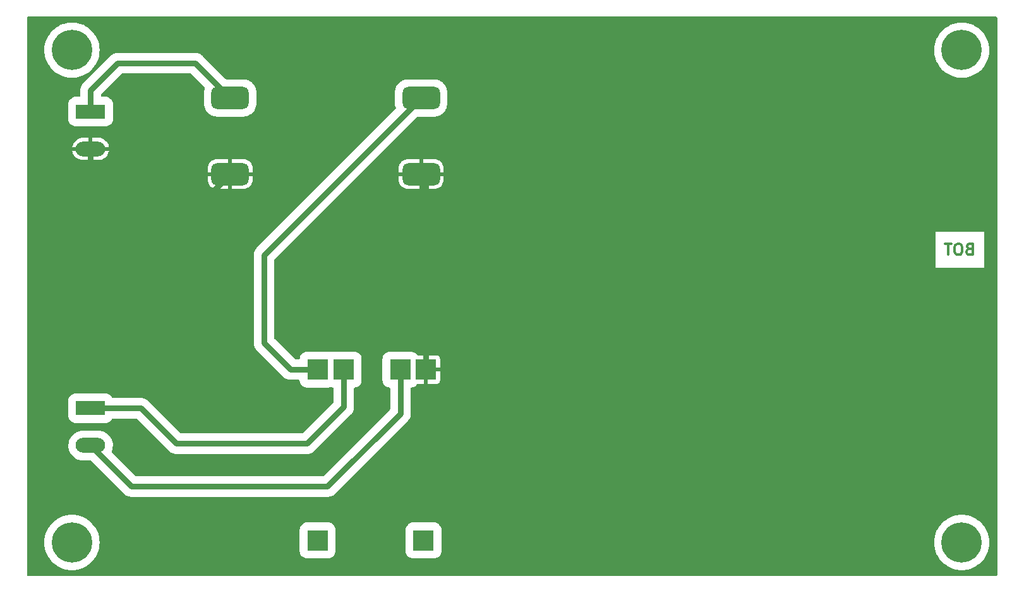
<source format=gbr>
%TF.GenerationSoftware,KiCad,Pcbnew,(6.0.8)*%
%TF.CreationDate,2022-10-31T04:00:38-03:00*%
%TF.ProjectId,pwr_mgmt,7077725f-6d67-46d7-942e-6b696361645f,0*%
%TF.SameCoordinates,Original*%
%TF.FileFunction,Copper,L2,Bot*%
%TF.FilePolarity,Positive*%
%FSLAX46Y46*%
G04 Gerber Fmt 4.6, Leading zero omitted, Abs format (unit mm)*
G04 Created by KiCad (PCBNEW (6.0.8)) date 2022-10-31 04:00:38*
%MOMM*%
%LPD*%
G01*
G04 APERTURE LIST*
G04 Aperture macros list*
%AMRoundRect*
0 Rectangle with rounded corners*
0 $1 Rounding radius*
0 $2 $3 $4 $5 $6 $7 $8 $9 X,Y pos of 4 corners*
0 Add a 4 corners polygon primitive as box body*
4,1,4,$2,$3,$4,$5,$6,$7,$8,$9,$2,$3,0*
0 Add four circle primitives for the rounded corners*
1,1,$1+$1,$2,$3*
1,1,$1+$1,$4,$5*
1,1,$1+$1,$6,$7*
1,1,$1+$1,$8,$9*
0 Add four rect primitives between the rounded corners*
20,1,$1+$1,$2,$3,$4,$5,0*
20,1,$1+$1,$4,$5,$6,$7,0*
20,1,$1+$1,$6,$7,$8,$9,0*
20,1,$1+$1,$8,$9,$2,$3,0*%
G04 Aperture macros list end*
%ADD10C,0.300000*%
%TA.AperFunction,NonConductor*%
%ADD11C,0.300000*%
%TD*%
%TA.AperFunction,ComponentPad*%
%ADD12C,5.400000*%
%TD*%
%TA.AperFunction,ComponentPad*%
%ADD13RoundRect,0.750000X-1.750000X-0.750000X1.750000X-0.750000X1.750000X0.750000X-1.750000X0.750000X0*%
%TD*%
%TA.AperFunction,ComponentPad*%
%ADD14R,3.960000X1.980000*%
%TD*%
%TA.AperFunction,ComponentPad*%
%ADD15O,3.960000X1.980000*%
%TD*%
%TA.AperFunction,ComponentPad*%
%ADD16R,2.800000X2.800000*%
%TD*%
%TA.AperFunction,Conductor*%
%ADD17C,0.760000*%
%TD*%
G04 APERTURE END LIST*
D10*
D11*
X238750000Y-113642857D02*
X238535714Y-113714285D01*
X238464285Y-113785714D01*
X238392857Y-113928571D01*
X238392857Y-114142857D01*
X238464285Y-114285714D01*
X238535714Y-114357142D01*
X238678571Y-114428571D01*
X239250000Y-114428571D01*
X239250000Y-112928571D01*
X238750000Y-112928571D01*
X238607142Y-113000000D01*
X238535714Y-113071428D01*
X238464285Y-113214285D01*
X238464285Y-113357142D01*
X238535714Y-113500000D01*
X238607142Y-113571428D01*
X238750000Y-113642857D01*
X239250000Y-113642857D01*
X237464285Y-112928571D02*
X237178571Y-112928571D01*
X237035714Y-113000000D01*
X236892857Y-113142857D01*
X236821428Y-113428571D01*
X236821428Y-113928571D01*
X236892857Y-114214285D01*
X237035714Y-114357142D01*
X237178571Y-114428571D01*
X237464285Y-114428571D01*
X237607142Y-114357142D01*
X237750000Y-114214285D01*
X237821428Y-113928571D01*
X237821428Y-113428571D01*
X237750000Y-113142857D01*
X237607142Y-113000000D01*
X237464285Y-112928571D01*
X236392857Y-112928571D02*
X235535714Y-112928571D01*
X235964285Y-114428571D02*
X235964285Y-112928571D01*
D12*
%TO.P,REF\u002A\u002A,1*%
%TO.N,N/C*%
X118500000Y-87000000D03*
%TD*%
%TO.P,REF\u002A\u002A,1*%
%TO.N,N/C*%
X118500000Y-153000000D03*
%TD*%
%TO.P,REF\u002A\u002A,1*%
%TO.N,N/C*%
X237750000Y-153000000D03*
%TD*%
%TO.P,REF\u002A\u002A,1*%
%TO.N,N/C*%
X237750000Y-87000000D03*
%TD*%
D13*
%TO.P,REF\u002A\u002A,1*%
%TO.N,N/C*%
X165300000Y-93400000D03*
%TO.P,REF\u002A\u002A,2*%
%TO.N,GND*%
X165300000Y-103600000D03*
%TO.P,REF\u002A\u002A,3*%
%TO.N,N/C*%
X139700000Y-93400000D03*
%TO.P,REF\u002A\u002A,4*%
%TO.N,GND*%
X139700000Y-103600000D03*
%TD*%
D14*
%TO.P,REF\u002A\u002A,1*%
%TO.N,N/C*%
X121000000Y-135000000D03*
D15*
%TO.P,REF\u002A\u002A,2*%
X121000000Y-140000000D03*
%TD*%
D16*
%TO.P,USB_CHRG\u002A\u002A,1*%
%TO.N,N/C*%
X151415500Y-152717500D03*
%TO.P,USB_CHRG\u002A\u002A,2*%
X165615500Y-152717500D03*
%TO.P,USB_CHRG\u002A\u002A,3*%
X151415500Y-129817500D03*
%TO.P,USB_CHRG\u002A\u002A,4*%
%TO.N,GND*%
X165915500Y-129817500D03*
%TO.P,USB_CHRG\u002A\u002A,5*%
%TO.N,N/C*%
X154915500Y-129817500D03*
%TO.P,USB_CHRG\u002A\u002A,6*%
X162515500Y-129817500D03*
%TD*%
D14*
%TO.P,REF\u002A\u002A,1*%
%TO.N,N/C*%
X121000000Y-95235000D03*
D15*
%TO.P,REF\u002A\u002A,2*%
%TO.N,GND*%
X121000000Y-100235000D03*
%TD*%
D17*
%TO.N,*%
X135050000Y-88750000D02*
X139700000Y-93400000D01*
X124610000Y-88750000D02*
X135050000Y-88750000D01*
X121000000Y-92360000D02*
X124610000Y-88750000D01*
X121000000Y-95235000D02*
X121000000Y-92360000D01*
X121000000Y-140000000D02*
X126500000Y-145500000D01*
X154915500Y-129817500D02*
X154915500Y-134834500D01*
X132500000Y-139750000D02*
X127750000Y-135000000D01*
X162515500Y-135734500D02*
X162515500Y-129817500D01*
X144250000Y-114450000D02*
X165300000Y-93400000D01*
X144250000Y-126250000D02*
X144250000Y-114450000D01*
X151415500Y-129817500D02*
X147817500Y-129817500D01*
X150000000Y-139750000D02*
X132500000Y-139750000D01*
X126500000Y-145500000D02*
X152750000Y-145500000D01*
X147817500Y-129817500D02*
X144250000Y-126250000D01*
%TO.N,GND*%
X125250000Y-107750000D02*
X135550000Y-107750000D01*
%TO.N,*%
X154915500Y-134834500D02*
X150000000Y-139750000D01*
%TO.N,GND*%
X135550000Y-107750000D02*
X139700000Y-103600000D01*
X165915500Y-129817500D02*
X165915500Y-104215500D01*
X121000000Y-100235000D02*
X121000000Y-103500000D01*
%TO.N,*%
X152750000Y-145500000D02*
X162515500Y-135734500D01*
X127750000Y-135000000D02*
X121000000Y-135000000D01*
%TO.N,GND*%
X121000000Y-103500000D02*
X125250000Y-107750000D01*
%TD*%
%TA.AperFunction,Conductor*%
%TO.N,GND*%
G36*
X242442121Y-82520002D02*
G01*
X242488614Y-82573658D01*
X242500000Y-82626000D01*
X242500000Y-157374000D01*
X242479998Y-157442121D01*
X242426342Y-157488614D01*
X242374000Y-157500000D01*
X112626000Y-157500000D01*
X112557879Y-157479998D01*
X112511386Y-157426342D01*
X112500000Y-157374000D01*
X112500000Y-153000000D01*
X114794422Y-153000000D01*
X114814722Y-153387338D01*
X114875398Y-153770433D01*
X114975786Y-154145087D01*
X115114786Y-154507194D01*
X115290875Y-154852789D01*
X115502124Y-155178084D01*
X115746219Y-155479516D01*
X116020484Y-155753781D01*
X116321916Y-155997876D01*
X116647211Y-156209125D01*
X116992806Y-156385214D01*
X117354913Y-156524214D01*
X117729567Y-156624602D01*
X117933201Y-156656854D01*
X118109414Y-156684764D01*
X118109422Y-156684765D01*
X118112662Y-156685278D01*
X118500000Y-156705578D01*
X118887338Y-156685278D01*
X118890578Y-156684765D01*
X118890586Y-156684764D01*
X119066799Y-156656854D01*
X119270433Y-156624602D01*
X119645087Y-156524214D01*
X120007194Y-156385214D01*
X120352789Y-156209125D01*
X120678084Y-155997876D01*
X120979516Y-155753781D01*
X121253781Y-155479516D01*
X121497876Y-155178084D01*
X121709125Y-154852789D01*
X121885214Y-154507194D01*
X122012610Y-154175316D01*
X149015000Y-154175316D01*
X149025734Y-154295587D01*
X149081759Y-154490970D01*
X149175927Y-154671096D01*
X149304391Y-154828609D01*
X149461904Y-154957073D01*
X149642030Y-155051241D01*
X149837413Y-155107266D01*
X149869045Y-155110089D01*
X149954891Y-155117751D01*
X149954897Y-155117751D01*
X149957684Y-155118000D01*
X152873316Y-155118000D01*
X152876103Y-155117751D01*
X152876109Y-155117751D01*
X152961955Y-155110089D01*
X152993587Y-155107266D01*
X153188970Y-155051241D01*
X153369096Y-154957073D01*
X153526609Y-154828609D01*
X153655073Y-154671096D01*
X153749241Y-154490970D01*
X153805266Y-154295587D01*
X153816000Y-154175316D01*
X163215000Y-154175316D01*
X163225734Y-154295587D01*
X163281759Y-154490970D01*
X163375927Y-154671096D01*
X163504391Y-154828609D01*
X163661904Y-154957073D01*
X163842030Y-155051241D01*
X164037413Y-155107266D01*
X164069045Y-155110089D01*
X164154891Y-155117751D01*
X164154897Y-155117751D01*
X164157684Y-155118000D01*
X167073316Y-155118000D01*
X167076103Y-155117751D01*
X167076109Y-155117751D01*
X167161955Y-155110089D01*
X167193587Y-155107266D01*
X167388970Y-155051241D01*
X167569096Y-154957073D01*
X167726609Y-154828609D01*
X167855073Y-154671096D01*
X167949241Y-154490970D01*
X168005266Y-154295587D01*
X168016000Y-154175316D01*
X168016000Y-153000000D01*
X234044422Y-153000000D01*
X234064722Y-153387338D01*
X234125398Y-153770433D01*
X234225786Y-154145087D01*
X234364786Y-154507194D01*
X234540875Y-154852789D01*
X234752124Y-155178084D01*
X234996219Y-155479516D01*
X235270484Y-155753781D01*
X235571916Y-155997876D01*
X235897211Y-156209125D01*
X236242806Y-156385214D01*
X236604913Y-156524214D01*
X236979567Y-156624602D01*
X237183201Y-156656854D01*
X237359414Y-156684764D01*
X237359422Y-156684765D01*
X237362662Y-156685278D01*
X237750000Y-156705578D01*
X238137338Y-156685278D01*
X238140578Y-156684765D01*
X238140586Y-156684764D01*
X238316799Y-156656854D01*
X238520433Y-156624602D01*
X238895087Y-156524214D01*
X239257194Y-156385214D01*
X239602789Y-156209125D01*
X239928084Y-155997876D01*
X240229516Y-155753781D01*
X240503781Y-155479516D01*
X240747876Y-155178084D01*
X240959125Y-154852789D01*
X241135214Y-154507194D01*
X241274214Y-154145087D01*
X241374602Y-153770433D01*
X241435278Y-153387338D01*
X241455578Y-153000000D01*
X241435278Y-152612662D01*
X241374602Y-152229567D01*
X241274214Y-151854913D01*
X241135214Y-151492806D01*
X240959125Y-151147211D01*
X240747876Y-150821916D01*
X240503781Y-150520484D01*
X240229516Y-150246219D01*
X239928084Y-150002124D01*
X239602789Y-149790875D01*
X239257194Y-149614786D01*
X238895087Y-149475786D01*
X238520433Y-149375398D01*
X238316799Y-149343146D01*
X238140586Y-149315236D01*
X238140578Y-149315235D01*
X238137338Y-149314722D01*
X237750000Y-149294422D01*
X237362662Y-149314722D01*
X237359422Y-149315235D01*
X237359414Y-149315236D01*
X237183201Y-149343146D01*
X236979567Y-149375398D01*
X236604913Y-149475786D01*
X236242806Y-149614786D01*
X235897211Y-149790875D01*
X235571916Y-150002124D01*
X235270484Y-150246219D01*
X234996219Y-150520484D01*
X234752124Y-150821916D01*
X234540875Y-151147211D01*
X234364786Y-151492806D01*
X234225786Y-151854913D01*
X234125398Y-152229567D01*
X234064722Y-152612662D01*
X234044422Y-153000000D01*
X168016000Y-153000000D01*
X168016000Y-151259684D01*
X168005266Y-151139413D01*
X167949241Y-150944030D01*
X167855073Y-150763904D01*
X167726609Y-150606391D01*
X167569096Y-150477927D01*
X167388970Y-150383759D01*
X167193587Y-150327734D01*
X167161955Y-150324911D01*
X167076109Y-150317249D01*
X167076103Y-150317249D01*
X167073316Y-150317000D01*
X164157684Y-150317000D01*
X164154897Y-150317249D01*
X164154891Y-150317249D01*
X164069045Y-150324911D01*
X164037413Y-150327734D01*
X163842030Y-150383759D01*
X163661904Y-150477927D01*
X163504391Y-150606391D01*
X163375927Y-150763904D01*
X163281759Y-150944030D01*
X163225734Y-151139413D01*
X163215000Y-151259684D01*
X163215000Y-154175316D01*
X153816000Y-154175316D01*
X153816000Y-151259684D01*
X153805266Y-151139413D01*
X153749241Y-150944030D01*
X153655073Y-150763904D01*
X153526609Y-150606391D01*
X153369096Y-150477927D01*
X153188970Y-150383759D01*
X152993587Y-150327734D01*
X152961955Y-150324911D01*
X152876109Y-150317249D01*
X152876103Y-150317249D01*
X152873316Y-150317000D01*
X149957684Y-150317000D01*
X149954897Y-150317249D01*
X149954891Y-150317249D01*
X149869045Y-150324911D01*
X149837413Y-150327734D01*
X149642030Y-150383759D01*
X149461904Y-150477927D01*
X149304391Y-150606391D01*
X149175927Y-150763904D01*
X149081759Y-150944030D01*
X149025734Y-151139413D01*
X149015000Y-151259684D01*
X149015000Y-154175316D01*
X122012610Y-154175316D01*
X122024214Y-154145087D01*
X122124602Y-153770433D01*
X122185278Y-153387338D01*
X122205578Y-153000000D01*
X122185278Y-152612662D01*
X122124602Y-152229567D01*
X122024214Y-151854913D01*
X121885214Y-151492806D01*
X121709125Y-151147211D01*
X121497876Y-150821916D01*
X121253781Y-150520484D01*
X120979516Y-150246219D01*
X120678084Y-150002124D01*
X120352789Y-149790875D01*
X120007194Y-149614786D01*
X119645087Y-149475786D01*
X119270433Y-149375398D01*
X119066799Y-149343146D01*
X118890586Y-149315236D01*
X118890578Y-149315235D01*
X118887338Y-149314722D01*
X118500000Y-149294422D01*
X118112662Y-149314722D01*
X118109422Y-149315235D01*
X118109414Y-149315236D01*
X117933201Y-149343146D01*
X117729567Y-149375398D01*
X117354913Y-149475786D01*
X116992806Y-149614786D01*
X116647211Y-149790875D01*
X116321916Y-150002124D01*
X116020484Y-150246219D01*
X115746219Y-150520484D01*
X115502124Y-150821916D01*
X115290875Y-151147211D01*
X115114786Y-151492806D01*
X114975786Y-151854913D01*
X114875398Y-152229567D01*
X114814722Y-152612662D01*
X114794422Y-153000000D01*
X112500000Y-153000000D01*
X112500000Y-139968655D01*
X118014661Y-139968655D01*
X118014905Y-139973090D01*
X118014905Y-139973094D01*
X118017867Y-140026906D01*
X118030151Y-140250113D01*
X118085144Y-140526581D01*
X118178543Y-140792542D01*
X118235990Y-140903132D01*
X118290318Y-141007718D01*
X118308484Y-141042690D01*
X118472375Y-141272034D01*
X118666946Y-141475997D01*
X118888315Y-141650510D01*
X119132064Y-141792090D01*
X119136181Y-141793758D01*
X119136188Y-141793761D01*
X119389197Y-141896240D01*
X119393330Y-141897914D01*
X119666901Y-141965869D01*
X119907301Y-141990500D01*
X120985988Y-141990500D01*
X121054109Y-142010502D01*
X121075083Y-142027405D01*
X125485874Y-146438196D01*
X125491944Y-146444711D01*
X125534084Y-146493273D01*
X125616637Y-146560962D01*
X125617807Y-146561936D01*
X125699384Y-146630752D01*
X125703986Y-146633457D01*
X125707505Y-146635949D01*
X125711122Y-146638435D01*
X125715249Y-146641819D01*
X125719888Y-146644460D01*
X125719890Y-146644461D01*
X125807893Y-146694555D01*
X125809389Y-146695420D01*
X125901349Y-146749481D01*
X125906343Y-146751373D01*
X125910285Y-146753262D01*
X125914213Y-146755077D01*
X125918853Y-146757718D01*
X125985652Y-146781965D01*
X126019098Y-146794105D01*
X126020748Y-146794717D01*
X126052712Y-146806827D01*
X126120432Y-146832484D01*
X126125674Y-146833508D01*
X126129877Y-146834705D01*
X126134052Y-146835831D01*
X126139073Y-146837654D01*
X126144328Y-146838604D01*
X126144331Y-146838605D01*
X126243937Y-146856616D01*
X126245667Y-146856941D01*
X126345131Y-146876366D01*
X126345140Y-146876367D01*
X126350368Y-146877388D01*
X126355701Y-146877514D01*
X126360795Y-146878067D01*
X126361397Y-146878166D01*
X126361401Y-146878135D01*
X126365529Y-146878603D01*
X126369614Y-146879342D01*
X126373761Y-146879538D01*
X126373765Y-146879538D01*
X126392681Y-146880430D01*
X126392688Y-146880430D01*
X126394169Y-146880500D01*
X126480951Y-146880500D01*
X126483920Y-146880535D01*
X126584582Y-146882907D01*
X126591879Y-146881836D01*
X126610176Y-146880500D01*
X152696308Y-146880500D01*
X152705207Y-146880815D01*
X152764016Y-146884979D01*
X152764019Y-146884979D01*
X152769344Y-146885356D01*
X152830133Y-146879342D01*
X152875460Y-146874858D01*
X152877212Y-146874697D01*
X152935689Y-146869735D01*
X152983441Y-146865683D01*
X152988608Y-146864342D01*
X152992913Y-146863606D01*
X152997175Y-146862816D01*
X153002485Y-146862291D01*
X153105359Y-146834052D01*
X153106946Y-146833628D01*
X153181239Y-146814345D01*
X153205036Y-146808169D01*
X153205037Y-146808168D01*
X153210206Y-146806827D01*
X153215077Y-146804632D01*
X153219229Y-146803170D01*
X153223262Y-146801686D01*
X153228408Y-146800274D01*
X153325043Y-146755110D01*
X153326563Y-146754412D01*
X153337510Y-146749481D01*
X153423813Y-146710604D01*
X153428234Y-146707628D01*
X153432073Y-146705491D01*
X153435824Y-146703334D01*
X153440650Y-146701078D01*
X153528320Y-146640259D01*
X153529694Y-146639321D01*
X153549318Y-146626109D01*
X153618154Y-146579766D01*
X153622018Y-146576080D01*
X153626004Y-146572875D01*
X153626510Y-146572522D01*
X153626485Y-146572491D01*
X153629727Y-146569910D01*
X153633145Y-146567539D01*
X153640492Y-146560854D01*
X153650221Y-146552002D01*
X153650235Y-146551988D01*
X153651327Y-146550995D01*
X153712681Y-146489641D01*
X153714804Y-146487566D01*
X153783814Y-146421733D01*
X153787671Y-146418054D01*
X153790852Y-146413779D01*
X153790857Y-146413773D01*
X153792073Y-146412138D01*
X153804068Y-146398254D01*
X163453696Y-136748626D01*
X163460211Y-136742556D01*
X163504735Y-136703920D01*
X163508773Y-136700416D01*
X163576462Y-136617863D01*
X163577436Y-136616693D01*
X163646252Y-136535116D01*
X163648957Y-136530514D01*
X163651449Y-136526995D01*
X163653935Y-136523378D01*
X163657319Y-136519251D01*
X163710071Y-136426579D01*
X163710936Y-136425084D01*
X163715451Y-136417405D01*
X163764981Y-136333151D01*
X163766873Y-136328157D01*
X163768762Y-136324215D01*
X163770577Y-136320287D01*
X163773218Y-136315647D01*
X163809605Y-136215402D01*
X163810217Y-136213752D01*
X163846092Y-136119062D01*
X163846092Y-136119061D01*
X163847984Y-136114068D01*
X163849008Y-136108826D01*
X163850205Y-136104623D01*
X163851331Y-136100448D01*
X163853154Y-136095427D01*
X163872116Y-135990563D01*
X163872441Y-135988833D01*
X163891866Y-135889369D01*
X163891867Y-135889360D01*
X163892888Y-135884132D01*
X163893014Y-135878799D01*
X163893567Y-135873705D01*
X163893666Y-135873103D01*
X163893635Y-135873099D01*
X163894103Y-135868971D01*
X163894842Y-135864886D01*
X163895758Y-135845476D01*
X163895930Y-135841819D01*
X163895930Y-135841812D01*
X163896000Y-135840331D01*
X163896000Y-135753549D01*
X163896035Y-135750581D01*
X163898281Y-135655255D01*
X163898407Y-135649918D01*
X163897336Y-135642621D01*
X163896000Y-135624324D01*
X163896000Y-132340156D01*
X163916002Y-132272035D01*
X163969658Y-132225542D01*
X164010799Y-132214655D01*
X164071268Y-132209258D01*
X164093587Y-132207266D01*
X164288970Y-132151241D01*
X164469096Y-132057073D01*
X164626609Y-131928609D01*
X164754447Y-131771864D01*
X164813002Y-131731716D01*
X164852090Y-131725500D01*
X165643385Y-131725500D01*
X165658624Y-131721025D01*
X165659829Y-131719635D01*
X165661500Y-131711952D01*
X165661500Y-131707384D01*
X166169500Y-131707384D01*
X166173975Y-131722623D01*
X166175365Y-131723828D01*
X166183048Y-131725499D01*
X167360169Y-131725499D01*
X167366990Y-131725129D01*
X167417852Y-131719605D01*
X167433104Y-131715979D01*
X167553554Y-131670824D01*
X167569149Y-131662286D01*
X167671224Y-131585785D01*
X167683785Y-131573224D01*
X167760286Y-131471149D01*
X167768824Y-131455554D01*
X167813978Y-131335106D01*
X167817605Y-131319851D01*
X167823131Y-131268986D01*
X167823500Y-131262172D01*
X167823500Y-130089615D01*
X167819025Y-130074376D01*
X167817635Y-130073171D01*
X167809952Y-130071500D01*
X166187615Y-130071500D01*
X166172376Y-130075975D01*
X166171171Y-130077365D01*
X166169500Y-130085048D01*
X166169500Y-131707384D01*
X165661500Y-131707384D01*
X165661500Y-129545385D01*
X166169500Y-129545385D01*
X166173975Y-129560624D01*
X166175365Y-129561829D01*
X166183048Y-129563500D01*
X167805384Y-129563500D01*
X167820623Y-129559025D01*
X167821828Y-129557635D01*
X167823499Y-129549952D01*
X167823499Y-128372831D01*
X167823129Y-128366010D01*
X167817605Y-128315148D01*
X167813979Y-128299896D01*
X167768824Y-128179446D01*
X167760286Y-128163851D01*
X167683785Y-128061776D01*
X167671224Y-128049215D01*
X167569149Y-127972714D01*
X167553554Y-127964176D01*
X167433106Y-127919022D01*
X167417851Y-127915395D01*
X167366986Y-127909869D01*
X167360172Y-127909500D01*
X166187615Y-127909500D01*
X166172376Y-127913975D01*
X166171171Y-127915365D01*
X166169500Y-127923048D01*
X166169500Y-129545385D01*
X165661500Y-129545385D01*
X165661500Y-127927616D01*
X165657025Y-127912377D01*
X165655635Y-127911172D01*
X165647952Y-127909501D01*
X164852090Y-127909501D01*
X164783969Y-127889499D01*
X164754447Y-127863136D01*
X164630642Y-127711335D01*
X164630638Y-127711331D01*
X164626609Y-127706391D01*
X164469096Y-127577927D01*
X164288970Y-127483759D01*
X164093587Y-127427734D01*
X164061955Y-127424911D01*
X163976109Y-127417249D01*
X163976103Y-127417249D01*
X163973316Y-127417000D01*
X161057684Y-127417000D01*
X161054897Y-127417249D01*
X161054891Y-127417249D01*
X160969045Y-127424911D01*
X160937413Y-127427734D01*
X160742030Y-127483759D01*
X160561904Y-127577927D01*
X160404391Y-127706391D01*
X160275927Y-127863904D01*
X160181759Y-128044030D01*
X160125734Y-128239413D01*
X160115000Y-128359684D01*
X160115000Y-131275316D01*
X160125734Y-131395587D01*
X160181759Y-131590970D01*
X160275927Y-131771096D01*
X160404391Y-131928609D01*
X160561904Y-132057073D01*
X160742030Y-132151241D01*
X160937413Y-132207266D01*
X160959732Y-132209258D01*
X161020201Y-132214655D01*
X161086274Y-132240634D01*
X161127813Y-132298210D01*
X161135000Y-132340156D01*
X161135000Y-135110488D01*
X161114998Y-135178609D01*
X161098095Y-135199583D01*
X152215083Y-144082595D01*
X152152771Y-144116621D01*
X152125988Y-144119500D01*
X127124012Y-144119500D01*
X127055891Y-144099498D01*
X127034917Y-144082595D01*
X123855454Y-140903132D01*
X123821428Y-140840820D01*
X123827036Y-140768575D01*
X123895763Y-140590925D01*
X123897366Y-140586782D01*
X123912332Y-140522217D01*
X123960010Y-140316517D01*
X123961016Y-140312178D01*
X123985339Y-140031345D01*
X123985095Y-140026906D01*
X123970094Y-139754330D01*
X123970093Y-139754323D01*
X123969849Y-139749887D01*
X123914856Y-139473419D01*
X123821457Y-139207458D01*
X123691516Y-138957310D01*
X123527625Y-138727966D01*
X123333054Y-138524003D01*
X123111685Y-138349490D01*
X122867936Y-138207910D01*
X122863819Y-138206242D01*
X122863812Y-138206239D01*
X122610803Y-138103760D01*
X122610802Y-138103760D01*
X122606670Y-138102086D01*
X122333099Y-138034131D01*
X122092699Y-138009500D01*
X119938183Y-138009500D01*
X119728820Y-138024324D01*
X119724465Y-138025262D01*
X119724462Y-138025262D01*
X119457597Y-138082716D01*
X119457595Y-138082716D01*
X119453250Y-138083652D01*
X119188788Y-138181217D01*
X118940712Y-138315072D01*
X118713971Y-138482545D01*
X118513090Y-138680296D01*
X118342075Y-138904378D01*
X118204341Y-139150321D01*
X118102634Y-139413218D01*
X118101631Y-139417543D01*
X118101630Y-139417548D01*
X118066578Y-139568772D01*
X118038984Y-139687822D01*
X118014661Y-139968655D01*
X112500000Y-139968655D01*
X112500000Y-136047816D01*
X118019500Y-136047816D01*
X118030234Y-136168087D01*
X118086259Y-136363470D01*
X118180427Y-136543596D01*
X118308891Y-136701109D01*
X118313831Y-136705138D01*
X118363291Y-136745476D01*
X118466404Y-136829573D01*
X118646530Y-136923741D01*
X118841913Y-136979766D01*
X118873545Y-136982589D01*
X118959391Y-136990251D01*
X118959397Y-136990251D01*
X118962184Y-136990500D01*
X123037816Y-136990500D01*
X123040603Y-136990251D01*
X123040609Y-136990251D01*
X123126455Y-136982589D01*
X123158087Y-136979766D01*
X123353470Y-136923741D01*
X123533596Y-136829573D01*
X123636710Y-136745476D01*
X123686169Y-136705138D01*
X123691109Y-136701109D01*
X123819573Y-136543596D01*
X123822529Y-136537942D01*
X123822532Y-136537938D01*
X123869486Y-136448124D01*
X123918772Y-136397022D01*
X123981147Y-136380500D01*
X127125988Y-136380500D01*
X127194109Y-136400502D01*
X127215083Y-136417405D01*
X131485874Y-140688196D01*
X131491944Y-140694711D01*
X131534084Y-140743273D01*
X131538210Y-140746656D01*
X131538215Y-140746661D01*
X131616559Y-140810898D01*
X131617900Y-140812014D01*
X131699384Y-140880751D01*
X131703977Y-140883451D01*
X131707524Y-140885963D01*
X131711127Y-140888439D01*
X131715249Y-140891819D01*
X131719881Y-140894456D01*
X131719883Y-140894457D01*
X131807923Y-140944572D01*
X131809447Y-140945454D01*
X131896741Y-140996773D01*
X131896745Y-140996775D01*
X131901348Y-140999481D01*
X131906345Y-141001374D01*
X131910306Y-141003272D01*
X131914218Y-141005080D01*
X131918853Y-141007718D01*
X131923862Y-141009536D01*
X131923868Y-141009539D01*
X132019121Y-141044114D01*
X132020740Y-141044715D01*
X132120431Y-141082484D01*
X132125665Y-141083506D01*
X132129860Y-141084701D01*
X132134061Y-141085835D01*
X132139073Y-141087654D01*
X132144319Y-141088603D01*
X132144324Y-141088604D01*
X132204330Y-141099454D01*
X132244045Y-141106636D01*
X132245662Y-141106940D01*
X132350367Y-141127387D01*
X132355703Y-141127513D01*
X132360793Y-141128066D01*
X132361401Y-141128156D01*
X132361403Y-141128135D01*
X132365525Y-141128603D01*
X132369614Y-141129342D01*
X132373765Y-141129538D01*
X132373767Y-141129538D01*
X132392681Y-141130430D01*
X132392688Y-141130430D01*
X132394169Y-141130500D01*
X132480993Y-141130500D01*
X132483962Y-141130535D01*
X132584582Y-141132906D01*
X132589861Y-141132131D01*
X132589864Y-141132131D01*
X132590972Y-141131968D01*
X132591874Y-141131836D01*
X132610169Y-141130500D01*
X149946308Y-141130500D01*
X149955207Y-141130815D01*
X150014016Y-141134979D01*
X150014019Y-141134979D01*
X150019344Y-141135356D01*
X150080133Y-141129342D01*
X150125460Y-141124858D01*
X150127212Y-141124697D01*
X150185689Y-141119735D01*
X150233441Y-141115683D01*
X150238608Y-141114342D01*
X150242913Y-141113606D01*
X150247175Y-141112816D01*
X150252485Y-141112291D01*
X150355359Y-141084052D01*
X150356946Y-141083628D01*
X150431239Y-141064345D01*
X150455036Y-141058169D01*
X150455037Y-141058168D01*
X150460206Y-141056827D01*
X150465077Y-141054632D01*
X150469229Y-141053170D01*
X150473262Y-141051686D01*
X150478408Y-141050274D01*
X150575043Y-141005110D01*
X150576563Y-141004412D01*
X150579878Y-141002919D01*
X150673813Y-140960604D01*
X150678234Y-140957628D01*
X150682073Y-140955491D01*
X150685824Y-140953334D01*
X150690650Y-140951078D01*
X150778320Y-140890259D01*
X150779694Y-140889321D01*
X150799318Y-140876109D01*
X150868154Y-140829766D01*
X150872018Y-140826080D01*
X150876004Y-140822875D01*
X150876510Y-140822522D01*
X150876485Y-140822491D01*
X150879727Y-140819910D01*
X150883145Y-140817539D01*
X150890444Y-140810898D01*
X150900221Y-140802002D01*
X150900235Y-140801988D01*
X150901327Y-140800995D01*
X150962681Y-140739641D01*
X150964804Y-140737566D01*
X151033814Y-140671733D01*
X151037671Y-140668054D01*
X151040852Y-140663779D01*
X151040857Y-140663773D01*
X151042073Y-140662138D01*
X151054068Y-140648254D01*
X155853696Y-135848626D01*
X155860211Y-135842556D01*
X155904735Y-135803920D01*
X155908773Y-135800416D01*
X155976462Y-135717863D01*
X155977436Y-135716693D01*
X156046252Y-135635116D01*
X156048957Y-135630514D01*
X156051449Y-135626995D01*
X156053935Y-135623378D01*
X156057319Y-135619251D01*
X156110071Y-135526579D01*
X156110936Y-135525084D01*
X156162276Y-135437752D01*
X156164981Y-135433151D01*
X156166873Y-135428157D01*
X156168762Y-135424215D01*
X156170577Y-135420287D01*
X156173218Y-135415647D01*
X156209605Y-135315402D01*
X156210217Y-135313752D01*
X156246092Y-135219062D01*
X156246092Y-135219061D01*
X156247984Y-135214068D01*
X156249008Y-135208826D01*
X156250205Y-135204623D01*
X156251331Y-135200448D01*
X156253154Y-135195427D01*
X156272116Y-135090563D01*
X156272441Y-135088833D01*
X156291866Y-134989369D01*
X156291867Y-134989360D01*
X156292888Y-134984132D01*
X156293014Y-134978799D01*
X156293567Y-134973705D01*
X156293666Y-134973103D01*
X156293635Y-134973099D01*
X156294103Y-134968971D01*
X156294842Y-134964886D01*
X156296000Y-134940331D01*
X156296000Y-134853549D01*
X156296035Y-134850581D01*
X156298281Y-134755255D01*
X156298407Y-134749918D01*
X156297336Y-134742621D01*
X156296000Y-134724324D01*
X156296000Y-132340156D01*
X156316002Y-132272035D01*
X156369658Y-132225542D01*
X156410799Y-132214655D01*
X156471268Y-132209258D01*
X156493587Y-132207266D01*
X156688970Y-132151241D01*
X156869096Y-132057073D01*
X157026609Y-131928609D01*
X157155073Y-131771096D01*
X157249241Y-131590970D01*
X157305266Y-131395587D01*
X157316000Y-131275316D01*
X157316000Y-128359684D01*
X157305266Y-128239413D01*
X157249241Y-128044030D01*
X157155073Y-127863904D01*
X157026609Y-127706391D01*
X156869096Y-127577927D01*
X156688970Y-127483759D01*
X156493587Y-127427734D01*
X156461955Y-127424911D01*
X156376109Y-127417249D01*
X156376103Y-127417249D01*
X156373316Y-127417000D01*
X153457684Y-127417000D01*
X153454897Y-127417249D01*
X153454891Y-127417249D01*
X153369045Y-127424911D01*
X153337413Y-127427734D01*
X153285524Y-127442613D01*
X153200230Y-127467070D01*
X153130770Y-127467070D01*
X153045476Y-127442613D01*
X152993587Y-127427734D01*
X152961955Y-127424911D01*
X152876109Y-127417249D01*
X152876103Y-127417249D01*
X152873316Y-127417000D01*
X149957684Y-127417000D01*
X149954897Y-127417249D01*
X149954891Y-127417249D01*
X149869045Y-127424911D01*
X149837413Y-127427734D01*
X149642030Y-127483759D01*
X149461904Y-127577927D01*
X149304391Y-127706391D01*
X149175927Y-127863904D01*
X149081759Y-128044030D01*
X149025734Y-128239413D01*
X149025201Y-128245386D01*
X149018345Y-128322201D01*
X148992366Y-128388274D01*
X148934790Y-128429813D01*
X148892844Y-128437000D01*
X148441512Y-128437000D01*
X148373391Y-128416998D01*
X148352417Y-128400095D01*
X145667405Y-125715083D01*
X145633379Y-125652771D01*
X145630500Y-125625988D01*
X145630500Y-116183000D01*
X234242357Y-116183000D01*
X240757643Y-116183000D01*
X240757643Y-111317000D01*
X234242357Y-111317000D01*
X234242357Y-116183000D01*
X145630500Y-116183000D01*
X145630500Y-115074012D01*
X145650502Y-115005891D01*
X145667405Y-114984917D01*
X156242361Y-104409961D01*
X162292001Y-104409961D01*
X162292209Y-104415071D01*
X162303082Y-104548767D01*
X162304852Y-104559320D01*
X162357967Y-104766185D01*
X162361701Y-104776731D01*
X162450510Y-104970705D01*
X162456046Y-104980412D01*
X162577803Y-105155597D01*
X162584976Y-105164176D01*
X162735824Y-105315024D01*
X162744403Y-105322197D01*
X162919588Y-105443954D01*
X162929295Y-105449490D01*
X163123269Y-105538299D01*
X163133815Y-105542033D01*
X163340679Y-105595147D01*
X163351234Y-105596918D01*
X163484930Y-105607793D01*
X163490036Y-105608000D01*
X165027885Y-105608000D01*
X165043124Y-105603525D01*
X165044329Y-105602135D01*
X165046000Y-105594452D01*
X165046000Y-105589884D01*
X165554000Y-105589884D01*
X165558475Y-105605123D01*
X165559865Y-105606328D01*
X165567548Y-105607999D01*
X167109961Y-105607999D01*
X167115071Y-105607791D01*
X167248767Y-105596918D01*
X167259320Y-105595148D01*
X167466185Y-105542033D01*
X167476731Y-105538299D01*
X167670705Y-105449490D01*
X167680412Y-105443954D01*
X167855597Y-105322197D01*
X167864176Y-105315024D01*
X168015024Y-105164176D01*
X168022197Y-105155597D01*
X168143954Y-104980412D01*
X168149490Y-104970705D01*
X168238299Y-104776731D01*
X168242033Y-104766185D01*
X168295147Y-104559321D01*
X168296918Y-104548766D01*
X168307793Y-104415070D01*
X168308000Y-104409964D01*
X168308000Y-103872115D01*
X168303525Y-103856876D01*
X168302135Y-103855671D01*
X168294452Y-103854000D01*
X165572115Y-103854000D01*
X165556876Y-103858475D01*
X165555671Y-103859865D01*
X165554000Y-103867548D01*
X165554000Y-105589884D01*
X165046000Y-105589884D01*
X165046000Y-103872115D01*
X165041525Y-103856876D01*
X165040135Y-103855671D01*
X165032452Y-103854000D01*
X162310116Y-103854000D01*
X162294877Y-103858475D01*
X162293672Y-103859865D01*
X162292001Y-103867548D01*
X162292001Y-104409961D01*
X156242361Y-104409961D01*
X157324437Y-103327885D01*
X162292000Y-103327885D01*
X162296475Y-103343124D01*
X162297865Y-103344329D01*
X162305548Y-103346000D01*
X165027885Y-103346000D01*
X165043124Y-103341525D01*
X165044329Y-103340135D01*
X165046000Y-103332452D01*
X165046000Y-103327885D01*
X165554000Y-103327885D01*
X165558475Y-103343124D01*
X165559865Y-103344329D01*
X165567548Y-103346000D01*
X168289884Y-103346000D01*
X168305123Y-103341525D01*
X168306328Y-103340135D01*
X168307999Y-103332452D01*
X168307999Y-102790039D01*
X168307791Y-102784929D01*
X168296918Y-102651233D01*
X168295148Y-102640680D01*
X168242033Y-102433815D01*
X168238299Y-102423269D01*
X168149490Y-102229295D01*
X168143954Y-102219588D01*
X168022197Y-102044403D01*
X168015024Y-102035824D01*
X167864176Y-101884976D01*
X167855597Y-101877803D01*
X167680412Y-101756046D01*
X167670705Y-101750510D01*
X167476731Y-101661701D01*
X167466185Y-101657967D01*
X167259321Y-101604853D01*
X167248766Y-101603082D01*
X167115070Y-101592207D01*
X167109964Y-101592000D01*
X165572115Y-101592000D01*
X165556876Y-101596475D01*
X165555671Y-101597865D01*
X165554000Y-101605548D01*
X165554000Y-103327885D01*
X165046000Y-103327885D01*
X165046000Y-101610116D01*
X165041525Y-101594877D01*
X165040135Y-101593672D01*
X165032452Y-101592001D01*
X163490039Y-101592001D01*
X163484929Y-101592209D01*
X163351233Y-101603082D01*
X163340680Y-101604852D01*
X163133815Y-101657967D01*
X163123269Y-101661701D01*
X162929295Y-101750510D01*
X162919588Y-101756046D01*
X162744403Y-101877803D01*
X162735824Y-101884976D01*
X162584976Y-102035824D01*
X162577803Y-102044403D01*
X162456046Y-102219588D01*
X162450510Y-102229295D01*
X162361701Y-102423269D01*
X162357967Y-102433815D01*
X162304853Y-102640679D01*
X162303082Y-102651234D01*
X162292207Y-102784930D01*
X162292000Y-102790036D01*
X162292000Y-103327885D01*
X157324437Y-103327885D01*
X164714917Y-95937405D01*
X164777229Y-95903379D01*
X164804012Y-95900500D01*
X167050090Y-95900499D01*
X167133848Y-95900499D01*
X167210631Y-95895893D01*
X167253665Y-95893311D01*
X167253667Y-95893311D01*
X167257847Y-95893060D01*
X167513205Y-95843192D01*
X167517610Y-95841628D01*
X167517613Y-95841627D01*
X167651493Y-95794086D01*
X167758387Y-95756128D01*
X167988006Y-95633779D01*
X167991762Y-95630995D01*
X168193272Y-95481614D01*
X168193277Y-95481610D01*
X168197020Y-95478835D01*
X168200313Y-95475537D01*
X168200318Y-95475532D01*
X168377532Y-95298008D01*
X168377533Y-95298006D01*
X168380835Y-95294699D01*
X168535414Y-95085415D01*
X168657361Y-94855582D01*
X168697076Y-94743120D01*
X168742441Y-94614659D01*
X168742442Y-94614655D01*
X168743998Y-94610249D01*
X168793420Y-94354805D01*
X168800500Y-94233849D01*
X168800499Y-92566152D01*
X168793060Y-92442153D01*
X168743192Y-92186795D01*
X168714101Y-92104870D01*
X168657692Y-91946018D01*
X168656128Y-91941613D01*
X168533779Y-91711994D01*
X168502211Y-91669410D01*
X168381614Y-91506728D01*
X168381610Y-91506723D01*
X168378835Y-91502980D01*
X168375537Y-91499687D01*
X168375532Y-91499682D01*
X168198008Y-91322468D01*
X168198006Y-91322467D01*
X168194699Y-91319165D01*
X167985415Y-91164586D01*
X167981286Y-91162395D01*
X167759708Y-91044828D01*
X167759706Y-91044827D01*
X167755582Y-91042639D01*
X167643912Y-91003204D01*
X167514659Y-90957559D01*
X167514655Y-90957558D01*
X167510249Y-90956002D01*
X167505665Y-90955115D01*
X167505661Y-90955114D01*
X167342425Y-90923532D01*
X167254805Y-90906580D01*
X167133849Y-90899500D01*
X165335881Y-90899500D01*
X163466152Y-90899501D01*
X163389369Y-90904107D01*
X163346335Y-90906689D01*
X163346333Y-90906689D01*
X163342153Y-90906940D01*
X163086795Y-90956808D01*
X163082390Y-90958372D01*
X163082387Y-90958373D01*
X162948507Y-91005914D01*
X162841613Y-91043872D01*
X162611994Y-91166221D01*
X162608241Y-91169003D01*
X162608238Y-91169005D01*
X162406728Y-91318386D01*
X162406723Y-91318390D01*
X162402980Y-91321165D01*
X162399687Y-91324463D01*
X162399682Y-91324468D01*
X162330188Y-91394084D01*
X162219165Y-91505301D01*
X162064586Y-91714585D01*
X162062396Y-91718712D01*
X162062395Y-91718714D01*
X161976404Y-91880782D01*
X161942639Y-91944418D01*
X161926592Y-91989860D01*
X161858603Y-92182387D01*
X161856002Y-92189751D01*
X161855115Y-92194335D01*
X161855114Y-92194339D01*
X161843539Y-92254169D01*
X161806580Y-92445195D01*
X161799500Y-92566151D01*
X161799501Y-94233848D01*
X161806940Y-94357847D01*
X161856808Y-94613205D01*
X161858372Y-94617610D01*
X161858373Y-94617613D01*
X161902941Y-94743120D01*
X161906887Y-94814007D01*
X161873300Y-94874378D01*
X143311804Y-113435874D01*
X143305289Y-113441944D01*
X143256727Y-113484084D01*
X143253344Y-113488210D01*
X143253339Y-113488215D01*
X143189102Y-113566559D01*
X143187977Y-113567911D01*
X143122695Y-113645298D01*
X143122691Y-113645304D01*
X143119249Y-113649384D01*
X143116546Y-113653983D01*
X143114012Y-113657561D01*
X143111564Y-113661123D01*
X143108181Y-113665249D01*
X143105538Y-113669892D01*
X143055449Y-113757886D01*
X143054570Y-113759406D01*
X143000519Y-113851349D01*
X142998628Y-113856340D01*
X142996735Y-113860291D01*
X142994921Y-113864217D01*
X142992282Y-113868853D01*
X142990464Y-113873862D01*
X142990461Y-113873868D01*
X142955882Y-113969132D01*
X142955299Y-113970705D01*
X142917516Y-114070431D01*
X142916494Y-114075665D01*
X142915299Y-114079860D01*
X142914165Y-114084061D01*
X142912346Y-114089073D01*
X142911397Y-114094319D01*
X142911396Y-114094324D01*
X142893373Y-114193995D01*
X142893048Y-114195723D01*
X142872613Y-114300368D01*
X142872487Y-114305704D01*
X142871934Y-114310794D01*
X142871840Y-114311404D01*
X142871864Y-114311407D01*
X142871396Y-114315530D01*
X142870658Y-114319614D01*
X142869500Y-114344169D01*
X142869500Y-114430994D01*
X142869465Y-114433962D01*
X142867094Y-114534582D01*
X142867869Y-114539861D01*
X142867869Y-114539864D01*
X142868164Y-114541871D01*
X142869500Y-114560169D01*
X142869500Y-126196308D01*
X142869185Y-126205207D01*
X142864644Y-126269344D01*
X142865170Y-126274657D01*
X142875142Y-126375460D01*
X142875303Y-126377212D01*
X142884317Y-126483441D01*
X142885658Y-126488608D01*
X142886394Y-126492913D01*
X142887184Y-126497175D01*
X142887709Y-126502485D01*
X142889121Y-126507629D01*
X142915933Y-126605302D01*
X142916372Y-126606946D01*
X142943173Y-126710206D01*
X142945368Y-126715077D01*
X142946830Y-126719229D01*
X142948314Y-126723262D01*
X142949726Y-126728408D01*
X142994890Y-126825043D01*
X142995578Y-126826541D01*
X143039396Y-126923813D01*
X143042372Y-126928234D01*
X143044509Y-126932073D01*
X143046666Y-126935824D01*
X143048922Y-126940650D01*
X143109741Y-127028320D01*
X143110679Y-127029694D01*
X143170234Y-127118154D01*
X143173920Y-127122018D01*
X143177125Y-127126004D01*
X143177478Y-127126510D01*
X143177509Y-127126485D01*
X143180090Y-127129727D01*
X143182461Y-127133145D01*
X143185260Y-127136221D01*
X143197998Y-127150221D01*
X143198012Y-127150235D01*
X143199005Y-127151327D01*
X143260359Y-127212681D01*
X143262433Y-127214803D01*
X143331946Y-127287671D01*
X143336221Y-127290852D01*
X143336227Y-127290857D01*
X143337862Y-127292073D01*
X143351746Y-127304068D01*
X146803374Y-130755696D01*
X146809444Y-130762211D01*
X146851584Y-130810773D01*
X146934137Y-130878462D01*
X146935307Y-130879436D01*
X147016884Y-130948252D01*
X147021486Y-130950957D01*
X147025005Y-130953449D01*
X147028622Y-130955935D01*
X147032749Y-130959319D01*
X147037388Y-130961960D01*
X147037390Y-130961961D01*
X147125393Y-131012055D01*
X147126889Y-131012920D01*
X147218849Y-131066981D01*
X147223843Y-131068873D01*
X147227785Y-131070762D01*
X147231713Y-131072577D01*
X147236353Y-131075218D01*
X147303152Y-131099465D01*
X147336598Y-131111605D01*
X147338248Y-131112217D01*
X147432938Y-131148092D01*
X147437932Y-131149984D01*
X147443174Y-131151008D01*
X147447377Y-131152205D01*
X147451552Y-131153331D01*
X147456573Y-131155154D01*
X147461828Y-131156104D01*
X147461831Y-131156105D01*
X147561437Y-131174116D01*
X147563167Y-131174441D01*
X147616835Y-131184922D01*
X147667868Y-131194888D01*
X147673204Y-131195014D01*
X147678303Y-131195568D01*
X147678901Y-131195675D01*
X147678905Y-131195635D01*
X147683021Y-131196102D01*
X147687114Y-131196842D01*
X147691268Y-131197038D01*
X147691269Y-131197038D01*
X147710181Y-131197930D01*
X147710188Y-131197930D01*
X147711669Y-131198000D01*
X147798476Y-131198000D01*
X147801443Y-131198035D01*
X147902082Y-131200406D01*
X147907361Y-131199631D01*
X147907364Y-131199631D01*
X147908472Y-131199468D01*
X147909374Y-131199336D01*
X147927669Y-131198000D01*
X148892844Y-131198000D01*
X148960965Y-131218002D01*
X149007458Y-131271658D01*
X149018345Y-131312799D01*
X149020336Y-131335106D01*
X149025734Y-131395587D01*
X149081759Y-131590970D01*
X149175927Y-131771096D01*
X149304391Y-131928609D01*
X149461904Y-132057073D01*
X149642030Y-132151241D01*
X149837413Y-132207266D01*
X149869045Y-132210089D01*
X149954891Y-132217751D01*
X149954897Y-132217751D01*
X149957684Y-132218000D01*
X152873316Y-132218000D01*
X152876103Y-132217751D01*
X152876109Y-132217751D01*
X152961955Y-132210089D01*
X152993587Y-132207266D01*
X153045476Y-132192387D01*
X153130770Y-132167930D01*
X153200230Y-132167930D01*
X153285524Y-132192387D01*
X153337413Y-132207266D01*
X153359732Y-132209258D01*
X153420201Y-132214655D01*
X153486274Y-132240634D01*
X153527813Y-132298210D01*
X153535000Y-132340156D01*
X153535000Y-134210488D01*
X153514998Y-134278609D01*
X153498095Y-134299583D01*
X149465083Y-138332595D01*
X149402771Y-138366621D01*
X149375988Y-138369500D01*
X133124011Y-138369500D01*
X133055890Y-138349498D01*
X133034916Y-138332595D01*
X130916074Y-136213752D01*
X128764126Y-134061804D01*
X128758056Y-134055289D01*
X128719420Y-134010765D01*
X128715916Y-134006727D01*
X128711790Y-134003344D01*
X128711785Y-134003339D01*
X128633441Y-133939102D01*
X128632089Y-133937977D01*
X128554702Y-133872695D01*
X128554696Y-133872691D01*
X128550616Y-133869249D01*
X128546011Y-133866542D01*
X128542439Y-133864013D01*
X128538881Y-133861568D01*
X128534751Y-133858181D01*
X128442109Y-133805446D01*
X128440590Y-133804568D01*
X128353249Y-133753222D01*
X128353248Y-133753222D01*
X128348651Y-133750519D01*
X128343660Y-133748628D01*
X128339709Y-133746735D01*
X128335783Y-133744921D01*
X128331147Y-133742282D01*
X128326138Y-133740464D01*
X128326132Y-133740461D01*
X128230868Y-133705882D01*
X128229295Y-133705299D01*
X128129569Y-133667516D01*
X128124335Y-133666494D01*
X128120140Y-133665299D01*
X128115939Y-133664165D01*
X128110927Y-133662346D01*
X128105681Y-133661397D01*
X128105676Y-133661396D01*
X128006005Y-133643373D01*
X128004277Y-133643048D01*
X127904872Y-133623636D01*
X127904869Y-133623636D01*
X127899632Y-133622613D01*
X127894296Y-133622487D01*
X127889206Y-133621934D01*
X127888596Y-133621840D01*
X127888593Y-133621864D01*
X127884470Y-133621396D01*
X127880386Y-133620658D01*
X127863778Y-133619875D01*
X127857319Y-133619570D01*
X127857312Y-133619570D01*
X127855831Y-133619500D01*
X127769006Y-133619500D01*
X127766038Y-133619465D01*
X127763142Y-133619397D01*
X127665418Y-133617094D01*
X127660139Y-133617869D01*
X127660136Y-133617869D01*
X127659028Y-133618032D01*
X127658126Y-133618164D01*
X127639831Y-133619500D01*
X123981147Y-133619500D01*
X123913026Y-133599498D01*
X123869486Y-133551876D01*
X123822532Y-133462062D01*
X123822527Y-133462054D01*
X123819573Y-133456404D01*
X123691109Y-133298891D01*
X123533596Y-133170427D01*
X123353470Y-133076259D01*
X123158087Y-133020234D01*
X123126455Y-133017411D01*
X123040609Y-133009749D01*
X123040603Y-133009749D01*
X123037816Y-133009500D01*
X118962184Y-133009500D01*
X118959397Y-133009749D01*
X118959391Y-133009749D01*
X118873545Y-133017411D01*
X118841913Y-133020234D01*
X118646530Y-133076259D01*
X118466404Y-133170427D01*
X118308891Y-133298891D01*
X118180427Y-133456404D01*
X118086259Y-133636530D01*
X118030234Y-133831913D01*
X118029701Y-133837886D01*
X118020668Y-133939102D01*
X118019500Y-133952184D01*
X118019500Y-136047816D01*
X112500000Y-136047816D01*
X112500000Y-104409961D01*
X136692001Y-104409961D01*
X136692209Y-104415071D01*
X136703082Y-104548767D01*
X136704852Y-104559320D01*
X136757967Y-104766185D01*
X136761701Y-104776731D01*
X136850510Y-104970705D01*
X136856046Y-104980412D01*
X136977803Y-105155597D01*
X136984976Y-105164176D01*
X137135824Y-105315024D01*
X137144403Y-105322197D01*
X137319588Y-105443954D01*
X137329295Y-105449490D01*
X137523269Y-105538299D01*
X137533815Y-105542033D01*
X137740679Y-105595147D01*
X137751234Y-105596918D01*
X137884930Y-105607793D01*
X137890036Y-105608000D01*
X139427885Y-105608000D01*
X139443124Y-105603525D01*
X139444329Y-105602135D01*
X139446000Y-105594452D01*
X139446000Y-105589884D01*
X139954000Y-105589884D01*
X139958475Y-105605123D01*
X139959865Y-105606328D01*
X139967548Y-105607999D01*
X141509961Y-105607999D01*
X141515071Y-105607791D01*
X141648767Y-105596918D01*
X141659320Y-105595148D01*
X141866185Y-105542033D01*
X141876731Y-105538299D01*
X142070705Y-105449490D01*
X142080412Y-105443954D01*
X142255597Y-105322197D01*
X142264176Y-105315024D01*
X142415024Y-105164176D01*
X142422197Y-105155597D01*
X142543954Y-104980412D01*
X142549490Y-104970705D01*
X142638299Y-104776731D01*
X142642033Y-104766185D01*
X142695147Y-104559321D01*
X142696918Y-104548766D01*
X142707793Y-104415070D01*
X142708000Y-104409964D01*
X142708000Y-103872115D01*
X142703525Y-103856876D01*
X142702135Y-103855671D01*
X142694452Y-103854000D01*
X139972115Y-103854000D01*
X139956876Y-103858475D01*
X139955671Y-103859865D01*
X139954000Y-103867548D01*
X139954000Y-105589884D01*
X139446000Y-105589884D01*
X139446000Y-103872115D01*
X139441525Y-103856876D01*
X139440135Y-103855671D01*
X139432452Y-103854000D01*
X136710116Y-103854000D01*
X136694877Y-103858475D01*
X136693672Y-103859865D01*
X136692001Y-103867548D01*
X136692001Y-104409961D01*
X112500000Y-104409961D01*
X112500000Y-103327885D01*
X136692000Y-103327885D01*
X136696475Y-103343124D01*
X136697865Y-103344329D01*
X136705548Y-103346000D01*
X139427885Y-103346000D01*
X139443124Y-103341525D01*
X139444329Y-103340135D01*
X139446000Y-103332452D01*
X139446000Y-103327885D01*
X139954000Y-103327885D01*
X139958475Y-103343124D01*
X139959865Y-103344329D01*
X139967548Y-103346000D01*
X142689884Y-103346000D01*
X142705123Y-103341525D01*
X142706328Y-103340135D01*
X142707999Y-103332452D01*
X142707999Y-102790039D01*
X142707791Y-102784929D01*
X142696918Y-102651233D01*
X142695148Y-102640680D01*
X142642033Y-102433815D01*
X142638299Y-102423269D01*
X142549490Y-102229295D01*
X142543954Y-102219588D01*
X142422197Y-102044403D01*
X142415024Y-102035824D01*
X142264176Y-101884976D01*
X142255597Y-101877803D01*
X142080412Y-101756046D01*
X142070705Y-101750510D01*
X141876731Y-101661701D01*
X141866185Y-101657967D01*
X141659321Y-101604853D01*
X141648766Y-101603082D01*
X141515070Y-101592207D01*
X141509964Y-101592000D01*
X139972115Y-101592000D01*
X139956876Y-101596475D01*
X139955671Y-101597865D01*
X139954000Y-101605548D01*
X139954000Y-103327885D01*
X139446000Y-103327885D01*
X139446000Y-101610116D01*
X139441525Y-101594877D01*
X139440135Y-101593672D01*
X139432452Y-101592001D01*
X137890039Y-101592001D01*
X137884929Y-101592209D01*
X137751233Y-101603082D01*
X137740680Y-101604852D01*
X137533815Y-101657967D01*
X137523269Y-101661701D01*
X137329295Y-101750510D01*
X137319588Y-101756046D01*
X137144403Y-101877803D01*
X137135824Y-101884976D01*
X136984976Y-102035824D01*
X136977803Y-102044403D01*
X136856046Y-102219588D01*
X136850510Y-102229295D01*
X136761701Y-102423269D01*
X136757967Y-102433815D01*
X136704853Y-102640679D01*
X136703082Y-102651234D01*
X136692207Y-102784930D01*
X136692000Y-102790036D01*
X136692000Y-103327885D01*
X112500000Y-103327885D01*
X112500000Y-100507194D01*
X118536135Y-100507194D01*
X118547006Y-100578236D01*
X118549395Y-100588263D01*
X118622709Y-100812570D01*
X118626706Y-100822079D01*
X118735669Y-101031395D01*
X118741163Y-101040120D01*
X118882854Y-101228835D01*
X118889697Y-101236542D01*
X119060310Y-101399584D01*
X119068316Y-101406067D01*
X119263274Y-101539057D01*
X119272226Y-101544143D01*
X119486285Y-101643506D01*
X119495945Y-101647060D01*
X119723369Y-101710130D01*
X119733473Y-101712057D01*
X119926102Y-101732644D01*
X119932794Y-101733000D01*
X120727885Y-101733000D01*
X120743124Y-101728525D01*
X120744329Y-101727135D01*
X120746000Y-101719452D01*
X120746000Y-101714885D01*
X121254000Y-101714885D01*
X121258475Y-101730124D01*
X121259865Y-101731329D01*
X121267548Y-101733000D01*
X122049857Y-101733000D01*
X122055030Y-101732788D01*
X122230350Y-101718374D01*
X122240512Y-101716691D01*
X122469396Y-101659200D01*
X122479151Y-101655879D01*
X122695557Y-101561782D01*
X122704655Y-101556904D01*
X122902787Y-101428727D01*
X122910956Y-101422437D01*
X123085501Y-101263613D01*
X123092526Y-101256080D01*
X123238787Y-101070880D01*
X123244492Y-101062293D01*
X123358536Y-100855703D01*
X123362766Y-100846291D01*
X123441539Y-100623844D01*
X123444173Y-100613873D01*
X123463239Y-100506837D01*
X123461779Y-100493540D01*
X123447222Y-100489000D01*
X121272115Y-100489000D01*
X121256876Y-100493475D01*
X121255671Y-100494865D01*
X121254000Y-100502548D01*
X121254000Y-101714885D01*
X120746000Y-101714885D01*
X120746000Y-100507115D01*
X120741525Y-100491876D01*
X120740135Y-100490671D01*
X120732452Y-100489000D01*
X118551466Y-100489000D01*
X118538122Y-100492918D01*
X118536135Y-100507194D01*
X112500000Y-100507194D01*
X112500000Y-99963163D01*
X118536761Y-99963163D01*
X118538221Y-99976460D01*
X118552778Y-99981000D01*
X120727885Y-99981000D01*
X120743124Y-99976525D01*
X120744329Y-99975135D01*
X120746000Y-99967452D01*
X120746000Y-99962885D01*
X121254000Y-99962885D01*
X121258475Y-99978124D01*
X121259865Y-99979329D01*
X121267548Y-99981000D01*
X123448534Y-99981000D01*
X123461878Y-99977082D01*
X123463865Y-99962806D01*
X123452994Y-99891764D01*
X123450605Y-99881737D01*
X123377291Y-99657430D01*
X123373294Y-99647921D01*
X123264331Y-99438605D01*
X123258837Y-99429880D01*
X123117146Y-99241165D01*
X123110303Y-99233458D01*
X122939690Y-99070416D01*
X122931684Y-99063933D01*
X122736726Y-98930943D01*
X122727774Y-98925857D01*
X122513715Y-98826494D01*
X122504055Y-98822940D01*
X122276631Y-98759870D01*
X122266527Y-98757943D01*
X122073898Y-98737356D01*
X122067206Y-98737000D01*
X121272115Y-98737000D01*
X121256876Y-98741475D01*
X121255671Y-98742865D01*
X121254000Y-98750548D01*
X121254000Y-99962885D01*
X120746000Y-99962885D01*
X120746000Y-98755115D01*
X120741525Y-98739876D01*
X120740135Y-98738671D01*
X120732452Y-98737000D01*
X119950143Y-98737000D01*
X119944970Y-98737212D01*
X119769650Y-98751626D01*
X119759488Y-98753309D01*
X119530604Y-98810800D01*
X119520849Y-98814121D01*
X119304443Y-98908218D01*
X119295345Y-98913096D01*
X119097213Y-99041273D01*
X119089044Y-99047563D01*
X118914499Y-99206387D01*
X118907474Y-99213920D01*
X118761213Y-99399120D01*
X118755508Y-99407707D01*
X118641464Y-99614297D01*
X118637234Y-99623709D01*
X118558461Y-99846156D01*
X118555827Y-99856127D01*
X118536761Y-99963163D01*
X112500000Y-99963163D01*
X112500000Y-96282816D01*
X118019500Y-96282816D01*
X118030234Y-96403087D01*
X118086259Y-96598470D01*
X118180427Y-96778596D01*
X118308891Y-96936109D01*
X118466404Y-97064573D01*
X118646530Y-97158741D01*
X118841913Y-97214766D01*
X118873545Y-97217589D01*
X118959391Y-97225251D01*
X118959397Y-97225251D01*
X118962184Y-97225500D01*
X123037816Y-97225500D01*
X123040603Y-97225251D01*
X123040609Y-97225251D01*
X123126455Y-97217589D01*
X123158087Y-97214766D01*
X123353470Y-97158741D01*
X123533596Y-97064573D01*
X123691109Y-96936109D01*
X123819573Y-96778596D01*
X123913741Y-96598470D01*
X123969766Y-96403087D01*
X123980500Y-96282816D01*
X123980500Y-94187184D01*
X123969766Y-94066913D01*
X123913741Y-93871530D01*
X123819573Y-93691404D01*
X123691109Y-93533891D01*
X123533596Y-93405427D01*
X123353470Y-93311259D01*
X123158087Y-93255234D01*
X123126455Y-93252411D01*
X123040609Y-93244749D01*
X123040603Y-93244749D01*
X123037816Y-93244500D01*
X122506500Y-93244500D01*
X122438379Y-93224498D01*
X122391886Y-93170842D01*
X122380500Y-93118500D01*
X122380500Y-92984012D01*
X122400502Y-92915891D01*
X122417405Y-92894917D01*
X125144917Y-90167405D01*
X125207229Y-90133379D01*
X125234012Y-90130500D01*
X134425988Y-90130500D01*
X134494109Y-90150502D01*
X134515083Y-90167405D01*
X136273287Y-91925609D01*
X136307313Y-91987921D01*
X136303002Y-92056658D01*
X136256002Y-92189751D01*
X136255115Y-92194335D01*
X136255114Y-92194339D01*
X136243539Y-92254169D01*
X136206580Y-92445195D01*
X136199500Y-92566151D01*
X136199501Y-94233848D01*
X136206940Y-94357847D01*
X136256808Y-94613205D01*
X136343872Y-94858387D01*
X136466221Y-95088006D01*
X136469003Y-95091759D01*
X136469005Y-95091762D01*
X136618386Y-95293272D01*
X136618390Y-95293277D01*
X136621165Y-95297020D01*
X136624463Y-95300313D01*
X136624468Y-95300318D01*
X136799989Y-95475532D01*
X136805301Y-95480835D01*
X137014585Y-95635414D01*
X137018712Y-95637604D01*
X137018714Y-95637605D01*
X137237950Y-95753929D01*
X137244418Y-95757361D01*
X137356088Y-95796796D01*
X137485341Y-95842441D01*
X137485345Y-95842442D01*
X137489751Y-95843998D01*
X137494335Y-95844885D01*
X137494339Y-95844886D01*
X137657575Y-95876468D01*
X137745195Y-95893420D01*
X137866151Y-95900500D01*
X139664119Y-95900500D01*
X141533848Y-95900499D01*
X141610631Y-95895893D01*
X141653665Y-95893311D01*
X141653667Y-95893311D01*
X141657847Y-95893060D01*
X141913205Y-95843192D01*
X141917610Y-95841628D01*
X141917613Y-95841627D01*
X142051493Y-95794086D01*
X142158387Y-95756128D01*
X142388006Y-95633779D01*
X142391762Y-95630995D01*
X142593272Y-95481614D01*
X142593277Y-95481610D01*
X142597020Y-95478835D01*
X142600313Y-95475537D01*
X142600318Y-95475532D01*
X142777532Y-95298008D01*
X142777533Y-95298006D01*
X142780835Y-95294699D01*
X142935414Y-95085415D01*
X143057361Y-94855582D01*
X143097076Y-94743120D01*
X143142441Y-94614659D01*
X143142442Y-94614655D01*
X143143998Y-94610249D01*
X143193420Y-94354805D01*
X143200500Y-94233849D01*
X143200499Y-92566152D01*
X143193060Y-92442153D01*
X143143192Y-92186795D01*
X143114101Y-92104870D01*
X143057692Y-91946018D01*
X143056128Y-91941613D01*
X142933779Y-91711994D01*
X142902211Y-91669410D01*
X142781614Y-91506728D01*
X142781610Y-91506723D01*
X142778835Y-91502980D01*
X142775537Y-91499687D01*
X142775532Y-91499682D01*
X142598008Y-91322468D01*
X142598006Y-91322467D01*
X142594699Y-91319165D01*
X142385415Y-91164586D01*
X142381286Y-91162395D01*
X142159708Y-91044828D01*
X142159706Y-91044827D01*
X142155582Y-91042639D01*
X142043912Y-91003204D01*
X141914659Y-90957559D01*
X141914655Y-90957558D01*
X141910249Y-90956002D01*
X141905665Y-90955115D01*
X141905661Y-90955114D01*
X141742425Y-90923532D01*
X141654805Y-90906580D01*
X141533849Y-90899500D01*
X141453197Y-90899500D01*
X139204013Y-90899501D01*
X139135892Y-90879499D01*
X139114918Y-90862596D01*
X136064126Y-87811804D01*
X136058056Y-87805289D01*
X136019420Y-87760765D01*
X136015916Y-87756727D01*
X136011790Y-87753344D01*
X136011785Y-87753339D01*
X135933441Y-87689102D01*
X135932089Y-87687977D01*
X135854702Y-87622695D01*
X135854696Y-87622691D01*
X135850616Y-87619249D01*
X135846011Y-87616542D01*
X135842439Y-87614013D01*
X135838881Y-87611568D01*
X135834751Y-87608181D01*
X135742109Y-87555446D01*
X135740590Y-87554568D01*
X135653249Y-87503222D01*
X135653248Y-87503222D01*
X135648651Y-87500519D01*
X135643660Y-87498628D01*
X135639709Y-87496735D01*
X135635783Y-87494921D01*
X135631147Y-87492282D01*
X135626138Y-87490464D01*
X135626132Y-87490461D01*
X135530868Y-87455882D01*
X135529295Y-87455299D01*
X135429569Y-87417516D01*
X135424335Y-87416494D01*
X135420140Y-87415299D01*
X135415939Y-87414165D01*
X135410927Y-87412346D01*
X135405681Y-87411397D01*
X135405676Y-87411396D01*
X135306005Y-87393373D01*
X135304277Y-87393048D01*
X135204872Y-87373636D01*
X135204869Y-87373636D01*
X135199632Y-87372613D01*
X135194296Y-87372487D01*
X135189206Y-87371934D01*
X135188596Y-87371840D01*
X135188593Y-87371864D01*
X135184470Y-87371396D01*
X135180386Y-87370658D01*
X135163778Y-87369875D01*
X135157319Y-87369570D01*
X135157312Y-87369570D01*
X135155831Y-87369500D01*
X135069006Y-87369500D01*
X135066038Y-87369465D01*
X135063142Y-87369397D01*
X134965418Y-87367094D01*
X134960139Y-87367869D01*
X134960136Y-87367869D01*
X134959028Y-87368032D01*
X134958126Y-87368164D01*
X134939831Y-87369500D01*
X124663692Y-87369500D01*
X124654793Y-87369185D01*
X124595984Y-87365021D01*
X124595981Y-87365021D01*
X124590656Y-87364644D01*
X124540865Y-87369570D01*
X124484540Y-87375142D01*
X124482788Y-87375303D01*
X124424311Y-87380265D01*
X124376559Y-87384317D01*
X124371392Y-87385658D01*
X124367087Y-87386394D01*
X124362825Y-87387184D01*
X124357515Y-87387709D01*
X124254641Y-87415948D01*
X124253054Y-87416372D01*
X124178761Y-87435655D01*
X124154964Y-87441831D01*
X124154963Y-87441832D01*
X124149794Y-87443173D01*
X124144923Y-87445368D01*
X124140771Y-87446830D01*
X124136738Y-87448314D01*
X124131592Y-87449726D01*
X124034957Y-87494890D01*
X124033459Y-87495578D01*
X123936187Y-87539396D01*
X123931766Y-87542372D01*
X123927927Y-87544509D01*
X123924176Y-87546666D01*
X123919350Y-87548922D01*
X123831680Y-87609741D01*
X123830306Y-87610679D01*
X123741846Y-87670234D01*
X123737982Y-87673920D01*
X123733996Y-87677125D01*
X123733490Y-87677478D01*
X123733515Y-87677509D01*
X123730273Y-87680090D01*
X123726855Y-87682461D01*
X123723779Y-87685260D01*
X123709779Y-87697998D01*
X123709765Y-87698012D01*
X123708673Y-87699005D01*
X123647319Y-87760359D01*
X123645197Y-87762433D01*
X123572329Y-87831946D01*
X123569148Y-87836221D01*
X123569143Y-87836227D01*
X123567927Y-87837862D01*
X123555932Y-87851746D01*
X120061804Y-91345874D01*
X120055289Y-91351944D01*
X120006727Y-91394084D01*
X120003344Y-91398210D01*
X120003339Y-91398215D01*
X119939102Y-91476559D01*
X119937977Y-91477911D01*
X119872695Y-91555298D01*
X119872691Y-91555304D01*
X119869249Y-91559384D01*
X119866546Y-91563983D01*
X119864012Y-91567561D01*
X119861564Y-91571123D01*
X119858181Y-91575249D01*
X119855538Y-91579892D01*
X119805449Y-91667886D01*
X119804570Y-91669406D01*
X119750519Y-91761349D01*
X119748628Y-91766340D01*
X119746735Y-91770291D01*
X119744921Y-91774217D01*
X119742282Y-91778853D01*
X119740464Y-91783862D01*
X119740461Y-91783868D01*
X119705882Y-91879132D01*
X119705299Y-91880705D01*
X119667516Y-91980431D01*
X119666494Y-91985665D01*
X119665299Y-91989860D01*
X119664165Y-91994061D01*
X119662346Y-91999073D01*
X119661397Y-92004319D01*
X119661396Y-92004324D01*
X119643373Y-92103995D01*
X119643048Y-92105723D01*
X119622613Y-92210368D01*
X119622487Y-92215704D01*
X119621934Y-92220794D01*
X119621840Y-92221404D01*
X119621864Y-92221407D01*
X119621396Y-92225530D01*
X119620658Y-92229614D01*
X119619500Y-92254169D01*
X119619500Y-92340994D01*
X119619465Y-92343962D01*
X119617094Y-92444582D01*
X119617869Y-92449861D01*
X119617869Y-92449864D01*
X119618164Y-92451871D01*
X119619500Y-92470169D01*
X119619500Y-93118500D01*
X119599498Y-93186621D01*
X119545842Y-93233114D01*
X119493500Y-93244500D01*
X118962184Y-93244500D01*
X118959397Y-93244749D01*
X118959391Y-93244749D01*
X118873545Y-93252411D01*
X118841913Y-93255234D01*
X118646530Y-93311259D01*
X118466404Y-93405427D01*
X118308891Y-93533891D01*
X118180427Y-93691404D01*
X118086259Y-93871530D01*
X118030234Y-94066913D01*
X118019500Y-94187184D01*
X118019500Y-96282816D01*
X112500000Y-96282816D01*
X112500000Y-87000000D01*
X114794422Y-87000000D01*
X114814722Y-87387338D01*
X114815235Y-87390578D01*
X114815236Y-87390586D01*
X114841276Y-87554993D01*
X114875398Y-87770433D01*
X114975786Y-88145087D01*
X115114786Y-88507194D01*
X115290875Y-88852789D01*
X115502124Y-89178084D01*
X115746219Y-89479516D01*
X116020484Y-89753781D01*
X116321916Y-89997876D01*
X116647211Y-90209125D01*
X116992806Y-90385214D01*
X117354913Y-90524214D01*
X117729567Y-90624602D01*
X117933201Y-90656854D01*
X118109414Y-90684764D01*
X118109422Y-90684765D01*
X118112662Y-90685278D01*
X118500000Y-90705578D01*
X118887338Y-90685278D01*
X118890578Y-90684765D01*
X118890586Y-90684764D01*
X119066799Y-90656854D01*
X119270433Y-90624602D01*
X119645087Y-90524214D01*
X120007194Y-90385214D01*
X120352789Y-90209125D01*
X120678084Y-89997876D01*
X120979516Y-89753781D01*
X121253781Y-89479516D01*
X121497876Y-89178084D01*
X121709125Y-88852789D01*
X121885214Y-88507194D01*
X122024214Y-88145087D01*
X122124602Y-87770433D01*
X122158724Y-87554993D01*
X122184764Y-87390586D01*
X122184765Y-87390578D01*
X122185278Y-87387338D01*
X122205578Y-87000000D01*
X234044422Y-87000000D01*
X234064722Y-87387338D01*
X234065235Y-87390578D01*
X234065236Y-87390586D01*
X234091276Y-87554993D01*
X234125398Y-87770433D01*
X234225786Y-88145087D01*
X234364786Y-88507194D01*
X234540875Y-88852789D01*
X234752124Y-89178084D01*
X234996219Y-89479516D01*
X235270484Y-89753781D01*
X235571916Y-89997876D01*
X235897211Y-90209125D01*
X236242806Y-90385214D01*
X236604913Y-90524214D01*
X236979567Y-90624602D01*
X237183201Y-90656854D01*
X237359414Y-90684764D01*
X237359422Y-90684765D01*
X237362662Y-90685278D01*
X237750000Y-90705578D01*
X238137338Y-90685278D01*
X238140578Y-90684765D01*
X238140586Y-90684764D01*
X238316799Y-90656854D01*
X238520433Y-90624602D01*
X238895087Y-90524214D01*
X239257194Y-90385214D01*
X239602789Y-90209125D01*
X239928084Y-89997876D01*
X240229516Y-89753781D01*
X240503781Y-89479516D01*
X240747876Y-89178084D01*
X240959125Y-88852789D01*
X241135214Y-88507194D01*
X241274214Y-88145087D01*
X241374602Y-87770433D01*
X241408724Y-87554993D01*
X241434764Y-87390586D01*
X241434765Y-87390578D01*
X241435278Y-87387338D01*
X241455578Y-87000000D01*
X241435278Y-86612662D01*
X241374602Y-86229567D01*
X241274214Y-85854913D01*
X241135214Y-85492806D01*
X240959125Y-85147211D01*
X240747876Y-84821916D01*
X240503781Y-84520484D01*
X240229516Y-84246219D01*
X239928084Y-84002124D01*
X239602789Y-83790875D01*
X239257194Y-83614786D01*
X238895087Y-83475786D01*
X238520433Y-83375398D01*
X238316799Y-83343146D01*
X238140586Y-83315236D01*
X238140578Y-83315235D01*
X238137338Y-83314722D01*
X237750000Y-83294422D01*
X237362662Y-83314722D01*
X237359422Y-83315235D01*
X237359414Y-83315236D01*
X237183201Y-83343146D01*
X236979567Y-83375398D01*
X236604913Y-83475786D01*
X236242806Y-83614786D01*
X235897211Y-83790875D01*
X235571916Y-84002124D01*
X235270484Y-84246219D01*
X234996219Y-84520484D01*
X234752124Y-84821916D01*
X234540875Y-85147211D01*
X234364786Y-85492806D01*
X234225786Y-85854913D01*
X234125398Y-86229567D01*
X234064722Y-86612662D01*
X234044422Y-87000000D01*
X122205578Y-87000000D01*
X122185278Y-86612662D01*
X122124602Y-86229567D01*
X122024214Y-85854913D01*
X121885214Y-85492806D01*
X121709125Y-85147211D01*
X121497876Y-84821916D01*
X121253781Y-84520484D01*
X120979516Y-84246219D01*
X120678084Y-84002124D01*
X120352789Y-83790875D01*
X120007194Y-83614786D01*
X119645087Y-83475786D01*
X119270433Y-83375398D01*
X119066799Y-83343146D01*
X118890586Y-83315236D01*
X118890578Y-83315235D01*
X118887338Y-83314722D01*
X118500000Y-83294422D01*
X118112662Y-83314722D01*
X118109422Y-83315235D01*
X118109414Y-83315236D01*
X117933201Y-83343146D01*
X117729567Y-83375398D01*
X117354913Y-83475786D01*
X116992806Y-83614786D01*
X116647211Y-83790875D01*
X116321916Y-84002124D01*
X116020484Y-84246219D01*
X115746219Y-84520484D01*
X115502124Y-84821916D01*
X115290875Y-85147211D01*
X115114786Y-85492806D01*
X114975786Y-85854913D01*
X114875398Y-86229567D01*
X114814722Y-86612662D01*
X114794422Y-87000000D01*
X112500000Y-87000000D01*
X112500000Y-82626000D01*
X112520002Y-82557879D01*
X112573658Y-82511386D01*
X112626000Y-82500000D01*
X242374000Y-82500000D01*
X242442121Y-82520002D01*
G37*
%TD.AperFunction*%
%TD*%
M02*

</source>
